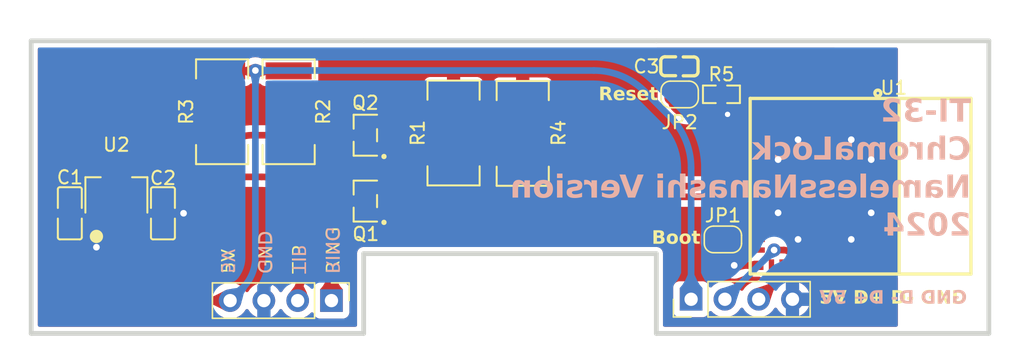
<source format=kicad_pcb>
(kicad_pcb (version 20240108) (generator "pcbnew") (generator_version "8.0")
  (layers (0 "F.Cu" signal) (31 "B.Cu" signal) (34 "B.Paste" user) (35 "F.Paste" user) (36 "B.SilkS" user "B.Silkscreen") (37 "F.SilkS" user "F.Silkscreen") (38 "B.Mask" user) (39 "F.Mask" user) (44 "Edge.Cuts" user))
  (net 0 "")
  (net 1 "RING")
  (net 2 "TIP")
  (net 3 "RING_GPIO")
  (net 4 "TIP_GPIO")
  (net 5 "+5V")
  (net 6 "+3.3V")
  (net 7 "GND")
  (net 8 "/D-")
  (net 9 "/D+")
  (net 10 "Net-(U1-EN)")
  (net 34 "Net-(JP2-B)")
  (net 35 "Net-(JP1-B)")
  (footprint "easyeda2kicad:SOT-23-3_L2.9-W1.6-P1.90-LS2.8-BR" (layer "F.Cu") (at 110.4685 64.119)
    (property "Reference" "Q1" (at 0.0315 2.481 0) (layer "F.SilkS"))
    (property "Value" "MMBF170")
    (pad "1" smd rect (at 1.24 0.95) (size 1.07 0.6) (layers "F.Cu" "F.Paste" "F.Mask") (net 6 "+3.3V"))
    (pad "2" smd rect (at 1.24 -0.95) (size 1.07 0.6) (layers "F.Cu" "F.Paste" "F.Mask") (net 3 "RING_GPIO"))
    (pad "3" smd rect (at -1.24 0) (size 1.07 0.6) (layers "F.Cu" "F.Paste" "F.Mask") (net 1 "RING"))
  )
  (footprint "easyeda2kicad:C0603" (layer "F.Cu") (at 134.09 53.99)
    (property "Reference" "C3" (at -2.49 0.01 0) (layer "F.SilkS"))
    (property "Value" "CC0603KRX7R9BB104")
    (pad "1" smd rect (at -0.7 0) (size 0.8 0.9) (layers "F.Cu" "F.Paste" "F.Mask") (net 7 "GND"))
    (pad "2" smd rect (at 0.7 0) (size 0.8 0.9) (layers "F.Cu" "F.Paste" "F.Mask") (net 34 "Net-(JP2-B)"))
  )
  (footprint "Connector_PinHeader_2.54mm:PinHeader_1x04_P2.54mm_Vertical" (layer "F.Cu") (at 134.96 71.5 90)
    (property "Reference" "J2" (hide yes))
    (property "Value" "Conn_01x04" (hide yes))
    (pad "1" thru_hole rect (at 0 0 90) (size 1.7 1.7) (drill 1) (layers "*.Cu" "*.Mask") (net 5 "+5V"))
    (pad "2" thru_hole oval (at 0 2.54 90) (size 1.7 1.7) (drill 1) (layers "*.Cu" "*.Mask") (net 9 "/D+"))
    (pad "3" thru_hole oval (at 0 5.08 90) (size 1.7 1.7) (drill 1) (layers "*.Cu" "*.Mask") (net 8 "/D-"))
    (pad "4" thru_hole oval (at 0 7.62 90) (size 1.7 1.7) (drill 1) (layers "*.Cu" "*.Mask") (net 7 "GND"))
  )
  (footprint "Connector_PinHeader_2.54mm:PinHeader_1x04_P2.54mm_Vertical" (layer "F.Cu") (at 107.92 71.6 -90)
    (property "Reference" "J1" (hide yes))
    (property "Value" "Conn_01x04" (hide yes))
    (pad "1" thru_hole rect (at 0 0 270) (size 1.7 1.7) (drill 1) (layers "*.Cu" "*.Mask") (net 1 "RING"))
    (pad "2" thru_hole oval (at 0 2.54 270) (size 1.7 1.7) (drill 1) (layers "*.Cu" "*.Mask") (net 2 "TIP"))
    (pad "3" thru_hole oval (at 0 5.08 270) (size 1.7 1.7) (drill 1) (layers "*.Cu" "*.Mask") (net 7 "GND"))
    (pad "4" thru_hole oval (at 0 7.62 270) (size 1.7 1.7) (drill 1) (layers "*.Cu" "*.Mask") (net 5 "+5V"))
  )
  (footprint "Jumper:SolderJumper-2_P1.3mm_Open_RoundedPad1.0x1.5mm" (layer "F.Cu") (at 134.1 56.1)
    (property "Reference" "JP2" (at 0 2.09 0) (layer "F.SilkS"))
    (property "Value" "SolderJumper_2_Open")
    (pad "1" smd custom (at -0.65 0) (size 1 0.5) (layers "F.Cu" "F.Mask") (net 7 "GND") (options (clearance outline) (anchor rect)) (primitives (gr_circle (center 0 0.25) (end 0.5 0.25) (width 0) (fill yes)) (gr_circle (center 0 -0.25) (end 0.5 -0.25) (width 0) (fill yes)) (gr_poly (pts (xy 0.5 0.75) (xy 0 0.75) (xy 0 -0.75) (xy 0.5 -0.75)) (width 0) (fill yes))))
    (pad "2" smd custom (at 0.65 0) (size 1 0.5) (layers "F.Cu" "F.Mask") (net 34 "Net-(JP2-B)") (options (clearance outline) (anchor rect)) (primitives (gr_circle (center 0 0.25) (end 0.5 0.25) (width 0) (fill yes)) (gr_circle (center 0 -0.25) (end 0.5 -0.25) (width 0) (fill yes)) (gr_poly (pts (xy 0 0.75) (xy -0.5 0.75) (xy -0.5 -0.75) (xy 0 -0.75)) (width 0) (fill yes))))
  )
  (footprint "easyeda2kicad:C0805" (layer "F.Cu") (at 88.25 65.035 -90)
    (property "Reference" "C1" (at -2.7 0 0) (layer "F.SilkS"))
    (property "Value" "CL21B105KBFNNNE")
    (pad "1" smd rect (at -1 0 270) (size 1.41 1.35) (layers "F.Cu" "F.Paste" "F.Mask") (net 5 "+5V"))
    (pad "2" smd rect (at 1 0 270) (size 1.41 1.35) (layers "F.Cu" "F.Paste" "F.Mask") (net 7 "GND"))
  )
  (footprint "easyeda2kicad:R0603" (layer "F.Cu") (at 137.24 56.09)
    (property "Reference" "R5" (at 0 -1.5 0) (layer "F.SilkS"))
    (property "Value" "0603WAF1002T5E")
    (pad "1" smd rect (at -0.75 0) (size 0.81 0.86) (layers "F.Cu" "F.Paste" "F.Mask") (net 34 "Net-(JP2-B)"))
    (pad "2" smd rect (at 0.75 0) (size 0.81 0.86) (layers "F.Cu" "F.Paste" "F.Mask") (net 10 "Net-(U1-EN)"))
  )
  (footprint "easyeda2kicad:R2512" (layer "F.Cu") (at 122.3 59.03 90)
    (property "Reference" "R4" (at 0.03 2.7 90) (layer "F.SilkS"))
    (property "Value" "FRC2512F1001TS")
    (pad "1" smd rect (at -3.07 0 90) (size 1.28 3.46) (layers "F.Cu" "F.Paste" "F.Mask") (net 4 "TIP_GPIO"))
    (pad "2" smd rect (at 3.07 0 90) (size 1.28 3.46) (layers "F.Cu" "F.Paste" "F.Mask") (net 6 "+3.3V"))
  )
  (footprint "easyeda2kicad:R2512" (layer "F.Cu") (at 104.7 57.4 90)
    (property "Reference" "R2" (at 0 2.6 90) (layer "F.SilkS"))
    (property "Value" "FRC2512F1001TS")
    (pad "1" smd rect (at -3.07 0 90) (size 1.28 3.46) (layers "F.Cu" "F.Paste" "F.Mask") (net 1 "RING"))
    (pad "2" smd rect (at 3.07 0 90) (size 1.28 3.46) (layers "F.Cu" "F.Paste" "F.Mask") (net 5 "+5V"))
  )
  (footprint "easyeda2kicad:R2512" (layer "F.Cu") (at 99.7 57.4 90)
    (property "Reference" "R3" (at 0 -2.7 90) (layer "F.SilkS"))
    (property "Value" "FRC2512F1001TS")
    (pad "1" smd rect (at -3.07 0 90) (size 1.28 3.46) (layers "F.Cu" "F.Paste" "F.Mask") (net 2 "TIP"))
    (pad "2" smd rect (at 3.07 0 90) (size 1.28 3.46) (layers "F.Cu" "F.Paste" "F.Mask") (net 5 "+5V"))
  )
  (footprint "easyeda2kicad:SOT-23-3_L2.9-W1.6-P1.90-LS2.8-BR" (layer "F.Cu") (at 110.4685 59.166)
    (property "Reference" "Q2" (at 0 -2.434 0) (layer "F.SilkS"))
    (property "Value" "MMBF170")
    (pad "1" smd rect (at 1.24 0.95) (size 1.07 0.6) (layers "F.Cu" "F.Paste" "F.Mask") (net 6 "+3.3V"))
    (pad "2" smd rect (at 1.24 -0.95) (size 1.07 0.6) (layers "F.Cu" "F.Paste" "F.Mask") (net 4 "TIP_GPIO"))
    (pad "3" smd rect (at -1.24 0) (size 1.07 0.6) (layers "F.Cu" "F.Paste" "F.Mask") (net 2 "TIP"))
  )
  (footprint "Jumper:SolderJumper-2_P1.3mm_Open_RoundedPad1.0x1.5mm" (layer "F.Cu") (at 137.35 67)
    (property "Reference" "JP1" (at 0 -1.8 0) (layer "F.SilkS"))
    (property "Value" "SolderJumper_2_Open")
    (pad "1" smd custom (at -0.65 0) (size 1 0.5) (layers "F.Cu" "F.Mask") (net 7 "GND") (options (clearance outline) (anchor rect)) (primitives (gr_circle (center 0 0.25) (end 0.5 0.25) (width 0) (fill yes)) (gr_circle (center 0 -0.25) (end 0.5 -0.25) (width 0) (fill yes)) (gr_poly (pts (xy 0.5 0.75) (xy 0 0.75) (xy 0 -0.75) (xy 0.5 -0.75)) (width 0) (fill yes))))
    (pad "2" smd custom (at 0.65 0) (size 1 0.5) (layers "F.Cu" "F.Mask") (net 35 "Net-(JP1-B)") (options (clearance outline) (anchor rect)) (primitives (gr_circle (center 0 0.25) (end 0.5 0.25) (width 0) (fill yes)) (gr_circle (center 0 -0.25) (end 0.5 -0.25) (width 0) (fill yes)) (gr_poly (pts (xy 0 0.75) (xy -0.5 0.75) (xy -0.5 -0.75) (xy 0 -0.75)) (width 0) (fill yes))))
  )
  (footprint "easyeda2kicad:SOT-89-3_L4.5-W2.5-P1.50-LS4.2-BR" (layer "F.Cu") (at 91.75 64.275 -90)
    (property "Reference" "U2" (at -4.39 0 0) (layer "F.SilkS"))
    (property "Value" "AP7215-33YG-13")
    (pad "1" smd rect (at 1.36 1.5 270) (size 1.58 0.67) (layers "F.Cu" "F.Paste" "F.Mask") (net 7 "GND"))
    (pad "2" smd custom (at -1.36 0 270) (size 0.01 0.01) (layers "F.Cu" "F.Paste" "F.Mask") (net 5 "+5V") (options (clearance outline) (anchor circle)) (primitives (gr_poly (pts (xy -0.92 -0.95) (xy 0.93 -0.95) (xy 0.98 -0.95) (xy 1.02 -0.95) (xy 1.07 -0.94) (xy 1.11 -0.93) (xy 1.16 -0.92) (xy 1.2 -0.91) (xy 1.24 -0.9) (xy 1.28 -0.88) (xy 1.32 -0.87) (xy 1.36 -0.85) (xy 1.4 -0.83) (xy 1.44 -0.8) (xy 1.48 -0.78) (xy 1.51 -0.75) (xy 1.55 -0.72) (xy 1.58 -0.69) (xy 1.61 -0.66) (xy 1.64 -0.63) (xy 1.67 -0.6) (xy 1.7 -0.56) (xy 1.73 -0.53) (xy 1.75 -0.49) (xy 1.77 -0.45) (xy 1.79 -0.41) (xy 1.81 -0.33) (xy 3.51 -0.33) (xy 3.51 0.33) (xy 1.81 0.33) (xy 1.79 0.41) (xy 1.77 0.45) (xy 1.75 0.49) (xy 1.73 0.53) (xy 1.7 0.56) (xy 1.67 0.6) (xy 1.64 0.63) (xy 1.61 0.66) (xy 1.58 0.7) (xy 1.55 0.72) (xy 1.51 0.75) (xy 1.48 0.78) (xy 1.44 0.8) (xy 1.4 0.83) (xy 1.36 0.85) (xy 1.32 0.87) (xy 1.28 0.88) (xy 1.24 0.9) (xy 1.2 0.91) (xy 1.16 0.92) (xy 1.11 0.93) (xy 1.07 0.94) (xy 1.02 0.95) (xy 0.98 0.95) (xy 0.93 0.95) (xy -0.92 0.95) (xy -0.96 0.95) (xy -1.01 0.95) (xy -1.05 0.94) (xy -1.1 0.93) (xy -1.14 0.92) (xy -1.18 0.91) (xy -1.23 0.9) (xy -1.27 0.88) (xy -1.31 0.87) (xy -1.35 0.85) (xy -1.39 0.83) (xy -1.43 0.8) (xy -1.46 0.78) (xy -1.5 0.75) (xy -1.53 0.72) (xy -1.57 0.7) (xy -1.6 0.66) (xy -1.63 0.63) (xy -1.66 0.6) (xy -1.69 0.56) (xy -1.71 0.53) (xy -1.73 0.49) (xy -1.76 0.45) (xy -1.78 0.41) (xy -1.8 0.37) (xy -1.81 0.33) (xy -1.83 0.29) (xy -1.84 0.24) (xy -1.85 0.2) (xy -1.86 0.16) (xy -1.86 0.11) (xy -1.87 0.07) (xy -1.87 0.02) (xy -1.87 -0.02) (xy -1.87 -0.07) (xy -1.86 -0.11) (xy -1.86 -0.15) (xy -1.85 -0.2) (xy -1.84 -0.24) (xy -1.83 -0.28) (xy -1.81 -0.33) (xy -1.8 -0.37) (xy -1.78 -0.41) (xy -1.76 -0.45) (xy -1.73 -0.49) (xy -1.71 -0.53) (xy -1.69 -0.56) (xy -1.66 -0.6) (xy -1.63 -0.63) (xy -1.6 -0.66) (xy -1.57 -0.69) (xy -1.53 -0.72) (xy -1.5 -0.75) (xy -1.46 -0.78) (xy -1.43 -0.8) (xy -1.39 -0.83) (xy -1.35 -0.85) (xy -1.31 -0.87) (xy -1.27 -0.88) (xy -1.23 -0.9) (xy -1.18 -0.91) (xy -1.14 -0.92) (xy -1.1 -0.93) (xy -1.05 -0.94) (xy -1.01 -0.95) (xy -0.96 -0.95) (xy -0.92 -0.95)) (width 0.1) (fill yes))))
    (pad "3" smd rect (at 1.36 -1.5 270) (size 1.58 0.67) (layers "F.Cu" "F.Paste" "F.Mask") (net 6 "+3.3V"))
  )
  (footprint "easyeda2kicad:R2512" (layer "F.Cu") (at 117.1 59 90)
    (property "Reference" "R1" (at 0 -2.692 90) (layer "F.SilkS"))
    (property "Value" "FRC2512F1001TS")
    (pad "1" smd rect (at -3.07 0 90) (size 1.28 3.46) (layers "F.Cu" "F.Paste" "F.Mask") (net 3 "RING_GPIO"))
    (pad "2" smd rect (at 3.07 0 90) (size 1.28 3.46) (layers "F.Cu" "F.Paste" "F.Mask") (net 6 "+3.3V"))
  )
  (footprint "easyeda2kicad:WIFIM-SMD_ESP32-C3-MINI-1" (layer "F.Cu") (at 145 63 -90)
    (property "Reference" "U1" (at -7.4 -5.2 0) (layer "F.SilkS"))
    (property "Value" "ESP32-C3-MINI-1-N4")
    (pad "1" smd rect (at -5.9 -4) (size 0.4 0.8) (layers "F.Cu" "F.Paste" "F.Mask") (net 7 "GND"))
    (pad "2" smd rect (at -5.9 -3.2) (size 0.4 0.8) (layers "F.Cu" "F.Paste" "F.Mask") (net 7 "GND"))
    (pad "3" smd rect (at -5.9 -2.4) (size 0.4 0.8) (layers "F.Cu" "F.Paste" "F.Mask") (net 6 "+3.3V"))
    (pad "4" smd rect (at -5.9 -1.6) (size 0.4 0.8) (layers "F.Cu" "F.Paste" "F.Mask"))
    (pad "5" smd rect (at -5.9 -0.8) (size 0.4 0.8) (layers "F.Cu" "F.Paste" "F.Mask"))
    (pad "6" smd rect (at -5.9 0) (size 0.4 0.8) (layers "F.Cu" "F.Paste" "F.Mask"))
    (pad "7" smd rect (at -5.9 0.8) (size 0.4 0.8) (layers "F.Cu" "F.Paste" "F.Mask"))
    (pad "8" smd rect (at -5.9 1.6) (size 0.4 0.8) (layers "F.Cu" "F.Paste" "F.Mask") (net 10 "Net-(U1-EN)"))
    (pad "9" smd rect (at -5.9 2.4) (size 0.4 0.8) (layers "F.Cu" "F.Paste" "F.Mask"))
    (pad "10" smd rect (at -5.9 3.2) (size 0.4 0.8) (layers "F.Cu" "F.Paste" "F.Mask"))
    (pad "11" smd rect (at -5.9 4) (size 0.4 0.8) (layers "F.Cu" "F.Paste" "F.Mask") (net 7 "GND"))
    (pad "12" smd rect (at -4.8 4.9 90) (size 0.4 0.8) (layers "F.Cu" "F.Paste" "F.Mask"))
    (pad "13" smd rect (at -4 4.9 90) (size 0.4 0.8) (layers "F.Cu" "F.Paste" "F.Mask"))
    (pad "14" smd rect (at -3.2 4.9 90) (size 0.4 0.8) (layers "F.Cu" "F.Paste" "F.Mask") (net 7 "GND"))
    (pad "15" smd rect (at -2.4 4.9 90) (size 0.4 0.8) (layers "F.Cu" "F.Paste" "F.Mask"))
    (pad "16" smd rect (at -1.6 4.9 90) (size 0.4 0.8) (layers "F.Cu" "F.Paste" "F.Mask"))
    (pad "17" smd rect (at -0.8 4.9 90) (size 0.4 0.8) (layers "F.Cu" "F.Paste" "F.Mask"))
    (pad "18" smd rect (at 0 4.9 90) (size 0.4 0.8) (layers "F.Cu" "F.Paste" "F.Mask") (net 4 "TIP_GPIO"))
    (pad "19" smd rect (at 0.8 4.9 90) (size 0.4 0.8) (layers "F.Cu" "F.Paste" "F.Mask") (net 3 "RING_GPIO"))
    (pad "20" smd rect (at 1.6 4.9 90) (size 0.4 0.8) (layers "F.Cu" "F.Paste" "F.Mask"))
    (pad "21" smd rect (at 2.4 4.9 90) (size 0.4 0.8) (layers "F.Cu" "F.Paste" "F.Mask"))
    (pad "22" smd rect (at 3.2 4.9 90) (size 0.4 0.8) (layers "F.Cu" "F.Paste" "F.Mask"))
    (pad "23" smd rect (at 4 4.9 90) (size 0.4 0.8) (layers "F.Cu" "F.Paste" "F.Mask") (net 35 "Net-(JP1-B)"))
    (pad "24" smd rect (at 4.8 4.9 90) (size 0.4 0.8) (layers "F.Cu" "F.Paste" "F.Mask"))
    (pad "25" smd rect (at 5.9 4 180) (size 0.4 0.8) (layers "F.Cu" "F.Paste" "F.Mask"))
    (pad "26" smd rect (at 5.9 3.2 180) (size 0.4 0.8) (layers "F.Cu" "F.Paste" "F.Mask") (net 8 "/D-"))
    (pad "27" smd rect (at 5.9 2.4 180) (size 0.4 0.8) (layers "F.Cu" "F.Paste" "F.Mask") (net 9 "/D+"))
    (pad "28" smd rect (at 5.9 1.6 180) (size 0.4 0.8) (layers "F.Cu" "F.Paste" "F.Mask"))
    (pad "29" smd rect (at 5.9 0.8 180) (size 0.4 0.8) (layers "F.Cu" "F.Paste" "F.Mask"))
    (pad "30" smd rect (at 5.9 0 180) (size 0.4 0.8) (layers "F.Cu" "F.Paste" "F.Mask"))
    (pad "31" smd rect (at 5.9 -0.8 180) (size 0.4 0.8) (layers "F.Cu" "F.Paste" "F.Mask"))
    (pad "32" smd rect (at 5.9 -1.6 180) (size 0.4 0.8) (layers "F.Cu" "F.Paste" "F.Mask"))
    (pad "33" smd rect (at 5.9 -2.4 180) (size 0.4 0.8) (layers "F.Cu" "F.Paste" "F.Mask"))
    (pad "34" smd rect (at 5.9 -3.2 180) (size 0.4 0.8) (layers "F.Cu" "F.Paste" "F.Mask"))
    (pad "35" smd rect (at 5.9 -4 180) (size 0.4 0.8) (layers "F.Cu" "F.Paste" "F.Mask"))
    (pad "36" smd rect (at 4.8 -4.9 270) (size 0.4 0.8) (layers "F.Cu" "F.Paste" "F.Mask") (net 7 "GND"))
    (pad "37" smd rect (at 4 -4.9 270) (size 0.4 0.8) (layers "F.Cu" "F.Paste" "F.Mask") (net 7 "GND"))
    (pad "38" smd rect (at 3.2 -4.9 270) (size 0.4 0.8) (layers "F.Cu" "F.Paste" "F.Mask") (net 7 "GND"))
    (pad "39" smd rect (at 2.4 -4.9 270) (size 0.4 0.8) (layers "F.Cu" "F.Paste" "F.Mask") (net 7 "GND"))
    (pad "40" smd rect (at 1.6 -4.9 270) (size 0.4 0.8) (layers "F.Cu" "F.Paste" "F.Mask") (net 7 "GND"))
    (pad "41" smd rect (at 0.8 -4.9 270) (size 0.4 0.8) (layers "F.Cu" "F.Paste" "F.Mask") (net 7 "GND"))
    (pad "42" smd rect (at 0 -4.9 270) (size 0.4 0.8) (layers "F.Cu" "F.Paste" "F.Mask") (net 7 "GND"))
    (pad "43" smd rect (at -0.8 -4.9 270) (size 0.4 0.8) (layers "F.Cu" "F.Paste" "F.Mask") (net 7 "GND"))
    (pad "44" smd rect (at -1.6 -4.9 270) (size 0.4 0.8) (layers "F.Cu" "F.Paste" "F.Mask") (net 7 "GND"))
    (pad "45" smd rect (at -2.4 -4.9 270) (size 0.4 0.8) (layers "F.Cu" "F.Paste" "F.Mask") (net 7 "GND"))
    (pad "46" smd rect (at -3.2 -4.9 270) (size 0.4 0.8) (layers "F.Cu" "F.Paste" "F.Mask") (net 7 "GND"))
    (pad "47" smd rect (at -4 -4.9 270) (size 0.4 0.8) (layers "F.Cu" "F.Paste" "F.Mask") (net 7 "GND"))
    (pad "48" smd rect (at -4.8 -4.9 270) (size 0.4 0.8) (layers "F.Cu" "F.Paste" "F.Mask") (net 7 "GND"))
    (pad "49" smd custom (at -1.98 -1.98 270) (size 0.01 0.01) (layers "F.Cu" "F.Paste" "F.Mask") (net 7 "GND") (options (clearance outline) (anchor circle)) (primitives (gr_poly (pts (xy -0.72 -0.12) (xy -0.12 -0.72) (xy 0.73 -0.72) (xy 0.73 0.73) (xy -0.72 0.73)) (width 0.1) (fill yes))))
    (pad "49" smd rect (at -1.98 0 270) (size 1.45 1.45) (layers "F.Cu" "F.Paste" "F.Mask") (net 7 "GND"))
    (pad "49" smd rect (at -1.98 1.98 270) (size 1.45 1.45) (layers "F.Cu" "F.Paste" "F.Mask") (net 7 "GND"))
    (pad "49" smd rect (at 0 -1.97 270) (size 1.45 1.45) (layers "F.Cu" "F.Paste" "F.Mask") (net 7 "GND"))
    (pad "49" smd rect (at 0 0 270) (size 1.45 1.45) (layers "F.Cu" "F.Paste" "F.Mask") (net 7 "GND"))
    (pad "49" smd rect (at 0 1.98 270) (size 1.45 1.45) (layers "F.Cu" "F.Paste" "F.Mask") (net 7 "GND"))
    (pad "49" smd rect (at 1.97 -1.97 270) (size 1.45 1.45) (layers "F.Cu" "F.Paste" "F.Mask") (net 7 "GND"))
    (pad "49" smd rect (at 1.97 0 270) (size 1.45 1.45) (layers "F.Cu" "F.Paste" "F.Mask") (net 7 "GND"))
    (pad "49" smd rect (at 1.97 1.98 270) (size 1.45 1.45) (layers "F.Cu" "F.Paste" "F.Mask") (net 7 "GND"))
    (pad "50" smd rect (at 5.95 -4.95 270) (size 0.7 0.7) (layers "F.Cu" "F.Paste" "F.Mask") (net 7 "GND"))
    (pad "51" smd rect (at 5.95 4.95 270) (size 0.7 0.7) (layers "F.Cu" "F.Paste" "F.Mask") (net 7 "GND"))
    (pad "52" smd rect (at -5.95 4.95 270) (size 0.7 0.7) (layers "F.Cu" "F.Paste" "F.Mask") (net 7 "GND"))
    (pad "53" smd rect (at -5.95 -4.95 270) (size 0.7 0.7) (layers "F.Cu" "F.Paste" "F.Mask") (net 7 "GND"))
  )
  (footprint "easyeda2kicad:C0805" (layer "F.Cu") (at 95.25 65.035 90)
    (property "Reference" "C2" (at 2.65 0 0) (layer "F.SilkS"))
    (property "Value" "CL21B105KBFNNNE")
    (pad "1" smd rect (at -1 0 90) (size 1.41 1.35) (layers "F.Cu" "F.Paste" "F.Mask") (net 6 "+3.3V"))
    (pad "2" smd rect (at 1 0 90) (size 1.41 1.35) (layers "F.Cu" "F.Paste" "F.Mask") (net 7 "GND"))
  )
  (gr_line (start 110.344021 74.070204) (end 110.344021 68.070051) (stroke (width 0.35738)) (layer "Edge.Cuts"))
  (gr_line (start 132.344233 74.070204) (end 157.344263 74.070204) (stroke (width 0.35738)) (layer "Edge.Cuts"))
  (gr_line (start 157.344263 74.070204) (end 157.344263 52.07) (stroke (width 0.35738)) (layer "Edge.Cuts"))
  (gr_line (start 132.344233 68.070051) (end 132.344233 74.070204) (stroke (width 0.35738)) (layer "Edge.Cuts"))
  (gr_line (start 110.344013 52.07) (end 85.344 52.07) (stroke (width 0.35738)) (layer "Edge.Cuts"))
  (gr_line (start 85.344 52.07) (end 85.344 74.070204) (stroke (width 0.35738)) (layer "Edge.Cuts"))
  (gr_line (start 85.344 74.070204) (end 110.344021 74.070204) (stroke (width 0.35738)) (layer "Edge.Cuts"))
  (gr_line (start 132.344217 52.07) (end 110.344013 52.07) (stroke (width 0.35738)) (layer "Edge.Cuts"))
  (gr_line (start 157.344263 52.07) (end 132.344217 52.07) (stroke (width 0.35738)) (layer "Edge.Cuts"))
  (gr_line (start 110.344021 68.070051) (end 132.344233 68.070051) (stroke (width 0.35738)) (layer "Edge.Cuts"))
  (gr_text "GND" (at 102.28 69.57 -90) (layer "B.SilkS") (effects (font (size 1 1)) (justify left bottom mirror)))
  (gr_text "RING" (at 107.36 69.57 -90) (layer "B.SilkS") (effects (font (size 1 1)) (justify left bottom mirror)))
  (gr_text "TIP\n" (at 104.82 69.57 -90) (layer "B.SilkS") (effects (font (size 1 1)) (justify left bottom mirror)))
  (gr_text "5V" (at 99.486 69.57 -90) (layer "B.SilkS") (effects (font (size 1 1)) (justify left bottom mirror)))
  (gr_text "GND D- D+ 5V" (at 144.6 72 0) (layer "B.SilkS") (effects (font (size 1 1) (thickness 0.2) (bold yes)) (justify right bottom mirror)))
  (gr_text "TI-32\nChromaLock\nNamelessNanashi Version\n2024" (at 156 67 0) (layer "B.SilkS") (effects (font (size 1.7 1.7) (thickness 0.2) (bold yes)) (justify left bottom mirror)))
  (gr_text "RING" (at 108.682 69.568 90) (layer "F.SilkS") (effects (font (size 1 1)) (justify left bottom)))
  (gr_text "5V D+ D- GND" (at 144.6 72 0) (layer "F.SilkS") (effects (font (size 1 1) (thickness 0.2) (bold yes)) (justify left bottom)))
  (gr_text "Reset" (at 128 56.7 0) (layer "F.SilkS") (effects (font (size 1 1) (thickness 0.25) (bold yes)) (justify left bottom)))
  (gr_text "GND" (at 103.602 69.568 90) (layer "F.SilkS") (effects (font (size 1 1)) (justify left bottom)))
  (gr_text "TIP\n" (at 106.142 69.568 90) (layer "F.SilkS") (effects (font (size 1 1)) (justify left bottom)))
  (gr_text "5V" (at 100.808 69.568 90) (layer "F.SilkS") (effects (font (size 1 1)) (justify left bottom)))
  (gr_text "Boot" (at 132 67.5 0) (layer "F.SilkS") (effects (font (size 1 1) (thickness 0.2) (bold yes)) (justify left bottom)))
  (segment (start 108.652348 64.119) (end 109.2285 64.119) (width 0.5) (layer "F.Cu") (net 1))
  (segment (start 107.92 64.851348) (end 107.92 71.6) (width 0.5) (layer "F.Cu") (net 1))
  (segment (start 108.1345 63.9045) (end 104.7 60.47) (width 0.5) (layer "F.Cu") (net 1))
  (arc (start 108.1345 64.3335) (mid 107.975746 64.57109) (end 107.92 64.851348) (width 0.5) (layer "F.Cu") (net 1))
  (arc (start 108.1345 64.3335) (mid 108.223348 64.119) (end 108.1345 63.9045) (width 0.5) (layer "F.Cu") (net 1))
  (arc (start 108.1345 63.9045) (mid 108.37209 64.063253) (end 108.652348 64.119) (width 0.5) (layer "F.Cu") (net 1))
  (arc (start 108.652348 64.119) (mid 108.37209 64.174746) (end 108.1345 64.3335) (width 0.5) (layer "F.Cu") (net 1))
  (segment (start 106.6 66.226345) (end 106.6 68.237329) (width 0.5) (layer "F.Cu") (net 2))
  (segment (start 101.065685 62.3) (end 102.673654 62.3) (width 0.5) (layer "F.Cu") (net 2))
  (segment (start 105.832548 69.867451) (end 105.99 69.71) (width 0.5) (layer "F.Cu") (net 2))
  (segment (start 100.064159 61.864159) (end 100.1 61.9) (width 0.5) (layer "F.Cu") (net 2))
  (segment (start 100.351999 59.817999) (end 100.064159 60.10584) (width 0.5) (layer "F.Cu") (net 2))
  (segment (start 101.926067 59.166) (end 109.2285 59.166) (width 0.5) (layer "F.Cu") (net 2))
  (segment (start 105.38 70.96) (end 105.38 71.6) (width 0.5) (layer "F.Cu") (net 2))
  (arc (start 101.926067 59.166) (mid 101.074187 59.335449) (end 100.351999 59.817999) (width 0.5) (layer "F.Cu") (net 2))
  (arc (start 106.6 68.237329) (mid 106.441466 69.034332) (end 105.99 69.71) (width 0.5) (layer "F.Cu") (net 2))
  (arc (start 105.45 63.45) (mid 106.301124 64.723798) (end 106.6 66.226345) (width 0.5) (layer "F.Cu") (net 2))
  (arc (start 99.7 60.985) (mid 99.794641 61.460797) (end 100.064159 61.864159) (width 0.5) (layer "F.Cu") (net 2))
  (arc (start 105.832548 69.867451) (mid 105.497613 70.368716) (end 105.38 70.96) (width 0.5) (layer "F.Cu") (net 2))
  (arc (start 105.45 63.45) (mid 104.176201 62.598875) (end 102.673654 62.3) (width 0.5) (layer "F.Cu") (net 2))
  (arc (start 100.064159 60.10584) (mid 99.794641 60.509202) (end 99.7 60.985) (width 0.5) (layer "F.Cu") (net 2))
  (arc (start 100.1 61.9) (mid 100.54306 62.196043) (end 101.065685 62.3) (width 0.5) (layer "F.Cu") (net 2))
  (segment (start 115.223889 63.169) (end 111.7085 63.169) (width 0.5) (layer "F.Cu") (net 3))
  (segment (start 117.6495 62.6195) (end 117.965 62.935) (width 0.5) (layer "F.Cu") (net 3))
  (segment (start 120.053294 63.8) (end 140.1 63.8) (width 0.5) (layer "F.Cu") (net 3))
  (arc (start 117.6495 62.6195) (mid 117.1 62.391889) (end 116.5505 62.6195) (width 0.5) (layer "F.Cu") (net 3))
  (arc (start 116.5505 62.6195) (mid 115.941845 63.026189) (end 115.223889 63.169) (width 0.5) (layer "F.Cu") (net 3))
  (arc (start 117.965 62.935) (mid 118.923117 63.575193) (end 120.053294 63.8) (width 0.5) (layer "F.Cu") (net 3))
  (segment (start 123.836396 63) (end 140.1 63) (width 0.5) (layer "F.Cu") (net 4))
  (segment (start 121.85 61.65) (end 122.75 62.55) (width 0.5) (layer "F.Cu") (net 4))
  (segment (start 120.009792 59.809792) (end 121.85 61.65) (width 0.5) (layer "F.Cu") (net 4))
  (segment (start 116.162036 58.216) (end 111.7085 58.216) (width 0.5) (layer "F.Cu") (net 4))
  (arc (start 122.75 62.55) (mid 123.248442 62.883048) (end 123.836396 63) (width 0.5) (layer "F.Cu") (net 4))
  (arc (start 120.009792 59.809792) (mid 118.244426 58.630213) (end 116.162036 58.216) (width 0.5) (layer "F.Cu") (net 4))
  (segment (start 88.81 63.475) (end 88.25 64.035) (width 0.5) (layer "F.Cu") (net 5))
  (segment (start 102.215 54.315) (end 102.2 54.3) (width 0.5) (layer "F.Cu") (net 5))
  (segment (start 102.148786 54.33) (end 99.7 54.33) (width 0.5) (layer "F.Cu") (net 5))
  (segment (start 102.185 54.315) (end 102.2 54.3) (width 0.5) (layer "F.Cu") (net 5))
  (segment (start 102.251213 54.33) (end 104.7 54.33) (width 0.5) (layer "F.Cu") (net 5))
  (segment (start 98.1325 71.6) (end 100.3 71.6) (width 0.5) (layer "F.Cu") (net 5))
  (segment (start 90.161959 62.915) (end 91.75 62.915) (width 0.5) (layer "F.Cu") (net 5))
  (segment (start 91.75 65.15) (end 91.75 62.915) (width 0.5) (layer "F.Cu") (net 5))
  (segment (start 93.330383 68.965383) (end 94.432346 70.067346) (width 0.5) (layer "F.Cu") (net 5))
  (via (at 102.2 54.3) (size 1) (drill 0.5) (layers "F.Cu" "B.Cu") (net 5))
  (arc (start 91.75 65.15) (mid 92.160728 67.21487) (end 93.330383 68.965383) (width 0.5) (layer "F.Cu") (net 5))
  (arc (start 102.215 54.315) (mid 102.231614 54.326101) (end 102.251213 54.33) (width 0.5) (layer "F.Cu") (net 5))
  (arc (start 90.161959 62.915) (mid 89.430284 63.060539) (end 88.81 63.475) (width 0.5) (layer "F.Cu") (net 5))
  (arc (start 94.432346 70.067346) (mid 96.129991 71.201676) (end 98.1325 71.6) (width 0.5) (layer "F.Cu") (net 5))
  (arc (start 102.185 54.315) (mid 102.168385 54.326101) (end 102.148786 54.33) (width 0.5) (layer "F.Cu") (net 5))
  (segment (start 102.2 54.3) (end 127.646036 54.3) (width 0.5) (layer "B.Cu") (net 5))
  (segment (start 131.493792 55.893792) (end 133.366207 57.766207) (width 0.5) (layer "B.Cu") (net 5))
  (segment (start 134.96 61.613963) (end 134.96 71.5) (width 0.5) (layer "B.Cu") (net 5))
  (segment (start 102.2 54.3) (end 102.2 68.356497) (width 0.5) (layer "B.Cu") (net 5))
  (segment (start 101.25 70.65) (end 100.3 71.6) (width 0.5) (layer "B.Cu") (net 5))
  (arc (start 133.366207 57.766207) (mid 134.545786 59.531572) (end 134.96 61.613963) (width 0.5) (layer "B.Cu") (net 5))
  (arc (start 102.2 68.356497) (mid 101.953103 69.597731) (end 101.25 70.65) (width 0.5) (layer "B.Cu") (net 5))
  (arc (start 131.493792 55.893792) (mid 129.728426 54.714213) (end 127.646036 54.3) (width 0.5) (layer "B.Cu") (net 5))
  (segment (start 132.400315 52.82) (end 145.727035 52.82) (width 0.5) (layer "F.Cu") (net 6))
  (segment (start 93.45 65.835) (end 93.25 65.635) (width 0.5) (layer "F.Cu") (net 6))
  (segment (start 124.819684 55.96) (end 122.3 55.96) (width 0.5) (layer "F.Cu") (net 6))
  (segment (start 147.4 54.492964) (end 147.4 57.1) (width 0.5) (layer "F.Cu") (net 6))
  (segment (start 93.932842 66.035) (end 95.25 66.035) (width 0.5) (layer "F.Cu") (net 6))
  (segment (start 95.2 65.635) (end 95.25 65.585) (width 0.5) (layer "F.Cu") (net 6))
  (arc (start 146.91 53.31) (mid 146.367251 52.947346) (end 145.727035 52.82) (width 0.5) (layer "F.Cu") (net 6))
  (arc (start 146.91 53.31) (mid 147.272653 53.852748) (end 147.4 54.492964) (width 0.5) (layer "F.Cu") (net 6))
  (arc (start 132.400315 52.82) (mid 130.349011 53.228029) (end 128.61 54.39) (width 0.5) (layer "F.Cu") (net 6))
  (arc (start 93.45 65.835) (mid 93.671529 65.983021) (end 93.932842 66.035) (width 0.5) (layer "F.Cu") (net 6))
  (arc (start 128.61 54.39) (mid 126.870988 55.55197) (end 124.819684 55.96) (width 0.5) (layer "F.Cu") (net 6))
  (segment (start 146.962928 63) (end 145 63) (width 0.5) (layer "F.Cu") (net 7))
  (segment (start 146.972928 61.02) (end 145.014142 61.02) (width 0.5) (layer "F.Cu") (net 7))
  (segment (start 149.9 66.2) (end 149.9 65.4) (width 0.5) (layer "F.Cu") (net 7))
  (segment (start 149.9 60.8) (end 149.9 61.2) (width 0.5) (layer "F.Cu") (net 7))
  (segment (start 141.25 60.05) (end 141.252512 60.052512) (width 0.5) (layer "F.Cu") (net 7))
  (segment (start 133.716932 57.121932) (end 133.8225 57.2275) (width 0.5) (layer "F.Cu") (net 7))
  (segment (start 149.9 62.2) (end 149.9 63) (width 0.5) (layer "F.Cu") (net 7))
  (segment (start 149.9 60.6) (end 149.9 59.8) (width 0.5) (layer "F.Cu") (net 7))
  (segment (start 141.5 61) (end 141.5 60.65) (width 0.5) (layer "F.Cu") (net 7))
  (segment (start 149.95 58.114644) (end 149.95 57.085355) (width 0.5) (layer "F.Cu") (net 7))
  (segment (start 149.9 62.2) (end 149.9 61.4) (width 0.5) (layer "F.Cu") (net 7))
  (segment (start 136.7 67.3775) (end 136.7 67) (width 0.5) (layer "F.Cu") (net 7))
  (segment (start 143.02 61.034142) (end 143.02 63) (width 0.5) (layer "F.Cu") (net 7))
  (segment (start 145 63) (end 145 64.97) (width 0.5) (layer "F.Cu") (net 7))
  (segment (start 149.95 67.885355) (end 149.95 68.95) (width 0.5) (layer "F.Cu") (net 7))
  (segment (start 149.9 64.8) (end 149.9 65.2) (width 0.5) (layer "F.Cu") (net 7))
  (segment (start 143.034142 64.97) (end 145 64.97) (width 0.5) (layer "F.Cu") (net 7))
  (segment (start 143.034142 64.97) (end 146.948786 64.97) (width 0.5) (layer "F.Cu") (net 7))
  (segment (start 149.9 60.8) (end 149.9 60.6) (width 0.5) (layer "F.Cu") (net 7))
  (segment (start 143.01 64.98) (end 143.005 64.985) (width 0.5) (layer "F.Cu") (net 7))
  (segment (start 149.864644 57.1) (end 148.2 57.1) (width 0.5) (layer "F.Cu") (net 7))
  (segment (start 140.646446 59.8) (end 140.1 59.8) (width 0.5) (layer "F.Cu") (net 7))
  (segment (start 143 65.004142) (end 143 67) (width 0.5) (layer "F.Cu") (net 7))
  (segment (start 147 65.021213) (end 147 67) (width 0.5) (layer "F.Cu") (net 7))
  (segment (start 149.9 64.8) (end 149.9 64.6) (width 0.5) (layer "F.Cu") (net 7))
  (segment (start 146.98 61.027071) (end 146.98 62.982928) (width 0.5) (layer "F.Cu") (net 7))
  (segment (start 138.2 68.95) (end 140.05 68.95) (width 0.5) (layer "F.Cu") (net 7))
  (segment (start 95.53 63.585) (end 95.25 63.585) (width 0.5) (layer "F.Cu") (net 7))
  (segment (start 145.034142 61) (end 148.5 61) (width 0.5) (layer "F.Cu") (net 7))
  (segment (start 147.021213 65) (end 148.5 65) (width 0.5) (layer "F.Cu") (net 7))
  (segment (start 149.9 65.2) (end 149.9 65.4) (width 0.5) (layer "F.Cu") (net 7))
  (segment (start 140.914644 57.05) (end 140.05 57.05) (width 0.5) (layer "F.Cu") (net 7))
  (segment (start 137.7 57.6) (end 134.721794 57.6) (width 0.5) (layer "F.Cu") (net 7))
  (segment (start 149.9 61.2) (end 149.9 61.4) (width 0.5) (layer "F.Cu") (net 7))
  (segment (start 146.99 61.01) (end 146.985 61.015) (width 0.5) (layer "F.Cu") (net 7))
  (segment (start 138.261091 57.6) (end 137.7 57.6) (width 0.5) (layer "F.Cu") (net 7))
  (segment (start 145 63) (end 143.02 63) (width 0.5) (layer "F.Cu") (net 7))
  (segment (start 145 63) (end 145 61.034142) (width 0.5) (layer "F.Cu") (net 7))
  (segment (start 95.525 64.035) (end 95.25 64.035) (width 0.5) (layer "F.Cu") (net 7))
  (segment (start 149.9 58.235355) (end 149.9 59) (width 0.5) (layer "F.Cu") (net 7))
  (segment (start 149.9 59) (end 149.9 59.8) (width 0.5) (layer "F.Cu") (net 7))
  (segment (start 90.25 67.585) (end 90.25 65.635) (width 0.5) (layer "F.Cu") (net 7))
  (segment (start 140.05 57.05) (end 139.588908 57.05) (width 0.5) (layer "F.Cu") (net 7))
  (segment (start 147.014142 61) (end 148.5 61) (width 0.5) (layer "F.Cu") (net 7))
  (segment (start 138.2 68.95) (end 138.0475 68.95) (width 0.5) (layer "F.Cu") (net 7))
  (segment (start 141.5 65) (end 142.968786 65) (width 0.5) (layer "F.Cu") (net 7))
  (segment (start 149.7 61) (end 148.5 61) (width 0.5) (layer "F.Cu") (net 7))
  (segment (start 142.985857 61) (end 141.5 61) (width 0.5) (layer "F.Cu") (net 7))
  (segment (start 143 59.5) (end 143 60.985857) (width 0.5) (layer "F.Cu") (net 7))
  (segment (start 146.962928 63) (end 143.02 63) (width 0.5) (layer "F.Cu") (net 7))
  (segment (start 89.567157 66.035) (end 88.25 66.035) (width 0.5) (layer "F.Cu") (net 7))
  (segment (start 146.97 63.007071) (end 146.97 64.948786) (width 0.5) (layer "F.Cu") (net 7))
  (segment (start 141 57.135355) (end 141 57.55) (width 0.5) (layer "F.Cu") (net 7))
  (segment (start 90.05 65.835) (end 90.25 65.635) (width 0.5) (layer "F.Cu") (net 7))
  (segment (start 147 60.985857) (end 147 59.5) (width 0.5) (layer "F.Cu") (net 7))
  (segment (start 143.02 64.955857) (end 143.02 61.034142) (width 0.5) (layer "F.Cu") (net 7))
  (segment (start 142.323223 59.323223) (end 141.318198 58.318198) (width 0.5) (layer "F.Cu") (net 7))
  (segment (start 143.02 64.955857) (end 143.02 63) (width 0.5) (layer "F.Cu") (net 7))
  (segment (start 144.985857 61.02) (end 143.034142 61.02) (width 0.5) (layer "F.Cu") (net 7))
  (segment (start 146.972928 61.02) (end 143.034142 61.02) (width 0.5) (layer "F.Cu") (net 7))
  (segment (start 146.97 62.992928) (end 146.97 61.037071) (width 0.5) (layer "F.Cu") (net 7))
  (segment (start 149.9 63.8) (end 149.9 63) (width 0.5) (layer "F.Cu") (net 7))
  (segment (start 133.45 56.4775) (end 133.45 56.142426) (width 0.5) (layer "F.Cu") (net 7))
  (segment (start 133.39 55.997573) (end 133.39 53.99) (width 0.5) (layer "F.Cu") (net 7))
  (segment (start 96.8 65.035) (end 95.994454 64.229454) (width 0.5) (layer "F.Cu") (net 7))
  (segment (start 137.787166 68.842166) (end 136.966932 68.021932) (width 0.5) (layer "F.Cu") (net 7))
  (segment (start 143 59.5) (end 142.75 59.5) (width 0.5) (layer "F.Cu") (net 7))
  (segment (start 146.948786 64.97) (end 145 64.97) (width 0.5) (layer "F.Cu") (net 7))
  (segment (start 149.7 65) (end 148.5 65) (width 0.5) (layer "F.Cu") (net 7))
  (segment (start 149.9 66.2) (end 149.9 67) (width 0.5) (layer "F.Cu") (net 7))
  (segment (start 149.9 63.8) (end 149.9 64.6) (width 0.5) (layer "F.Cu") (net 7))
  (segment (start 149.9 67.764644) (end 149.9 67) (width 0.5) (layer "F.Cu") (net 7))
  (via (at 143 67) (size 1) (drill 0.5) (layers "F.Cu" "B.Cu") (net 7))
  (via (at 147 67) (size 1) (drill 0.5) (layers "F.Cu" "B.Cu") (net 7))
  (via (at 141.5 65) (size 1) (drill 0.5) (layers "F.Cu" "B.Cu") (net 7))
  (via (at 141.5 61) (size 1) (drill 0.5) (layers "F.Cu" "B.Cu") (net 7))
  (via (at 148.5 65) (size 1) (drill 0.5) (layers "F.Cu" "B.Cu") (net 7))
  (via (at 96.8 65.035) (size 1) (drill 0.5) (layers "F.Cu" "B.Cu") (net 7))
  (via (at 147 59.5) (size 1) (drill 0.5) (layers "F.Cu" "B.Cu") (net 7))
  (via (at 137.7 57.6) (size 0.8) (drill 0.4) (layers "F.Cu" "B.Cu") (net 7))
  (via (at 148.5 61) (size 1) (drill 0.5) (layers "F.Cu" "B.Cu") (net 7))
  (via (at 138.2 68.95) (size 1) (drill 0.5) (layers "F.Cu" "B.Cu") (net 7))
  (via (at 90.25 67.585) (size 1) (drill 0.5) (layers "F.Cu" "B.Cu") (net 7))
  (via (at 143 59.5) (size 1) (drill 0.5) (layers "F.Cu" "B.Cu") (net 7))
  (arc (start 149.95 58.114644) (mid 149.943502 58.147308) (end 149.925 58.175) (width 0.5) (layer "F.Cu") (net 7))
  (arc (start 149.7 61) (mid 149.841421 60.941421) (end 149.9 60.8) (width 0.5) (layer "F.Cu") (net 7))
  (arc (start 136.7 67.3775) (mid 136.769373 67.726264) (end 136.966932 68.021932) (width 0.5) (layer "F.Cu") (net 7))
  (arc (start 133.45 56.4775) (mid 133.519373 56.826264) (end 133.716932 57.121932) (width 0.5) (layer "F.Cu") (net 7))
  (arc (start 141.25 60.05) (mid 140.973087 59.864972) (end 140.646446 59.8) (width 0.5) (layer "F.Cu") (net 7))
  (arc (start 146.948786 64.97) (mid 146.948786 64.97) (end 146.948786 64.97) (width 0.5) (layer "F.Cu") (net 7))
  (arc (start 146.975 61.025) (mid 146.971299 61.030538) (end 146.97 61.037071) (width 0.5) (layer "F.Cu") (net 7))
  (arc (start 147 60.985857) (mid 147.004142 60.995857) (end 147.014142 61) (width 0.5) (layer "F.Cu") (net 7))
  (arc (start 90.05 65.835) (mid 89.828469 65.983021) (end 89.567157 66.035) (width 0.5) (layer "F.Cu") (net 7))
  (arc (start 146.985 64.985) (mid 147.001614 64.996101) (end 147.021213 65) (width 0.5) (layer "F.Cu") (net 7))
  (arc (start 145 61.034142) (mid 144.995857 61.024142) (end 144.985857 61.02) (width 0.5) (layer "F.Cu") (net 7))
  (arc (start 143.01 64.98) (mid 143.01 64.98) (end 143.01 64.98) (width 0.5) (layer "F.Cu") (net 7))
  (arc (start 146.962928 63) (mid 146.962928 63) (end 146.962928 63) (width 0.5) (layer "F.Cu") (net 7))
  (arc (start 146.97 62.992928) (mid 146.971808 62.995634) (end 146.975 62.995) (width 0.5) (layer "F.Cu") (net 7))
  (arc (start 144.985857 61.02) (mid 144.998923 61.017401) (end 145.01 61.01) (width 0.5) (layer "F.Cu") (net 7))
  (arc (start 142.985857 61) (mid 142.995857 60.995857) (end 143 60.985857) (width 0.5) (layer "F.Cu") (net 7))
  (arc (start 145.014142 61.02) (mid 145.004142 61.024142) (end 145 61.034142) (width 0.5) (layer "F.Cu") (net 7))
  (arc (start 143.01 61.01) (mid 143.021076 61.017401) (end 143.034142 61.02) (width 0.5) (layer "F.Cu") (net 7))
  (arc (start 149.95 57.085355) (mid 149.940959 57.071825) (end 149.925 57.075) (width 0.5) (layer "F.Cu") (net 7))
  (arc (start 146.97 63.007071) (mid 146.967928 63.002071) (end 146.962928 63) (width 0.5) (layer "F.Cu") (net 7))
  (arc (start 146.98 62.982928) (mid 146.9787 62.989461) (end 146.975 62.995) (width 0.5) (layer "F.Cu") (net 7))
  (arc (start 141 57.55) (mid 141.082696 57.965745) (end 141.318198 58.318198) (width 0.5) (layer "F.Cu") (net 7))
  (arc (start 147.021213 65) (mid 147.006213 65.006213) (end 147 65.021213) (width 0.5) (layer "F.Cu") (net 7))
  (arc (start 145.01 61.01) (mid 145.00873 61.016383) (end 145.014142 61.02) (width 0.5) (layer "F.Cu") (net 7))
  (arc (start 139.588908 57.05) (mid 139.229603 57.12147) (end 138.925 57.325) (width 0.5) (layer "F.Cu") (net 7))
  (arc (start 143.02 61.034142) (mid 143.02 61.034142) (end 143.02 61.034142) (width 0.5) (layer "F.Cu") (net 7))
  (arc (start 138.925 57.325) (mid 138.620396 57.528529) (end 138.261091 57.6) (width 0.5) (layer "F.Cu") (net 7))
  (arc (start 146.99 61.01) (mid 146.997401 60.998923) (end 147 60.985857) (width 0.5) (layer "F.Cu") (net 7))
  (arc (start 149.9 65.2) (mid 149.841421 65.058578) (end 149.7 65) (width 0.5) (layer "F.Cu") (net 7))
  (arc (start 143.01 61.01) (mid 142.998923 61.002598) (end 142.985857 61) (width 0.5) (layer "F.Cu") (net 7))
  (arc (start 149.7 65) (mid 149.841421 64.941421) (end 149.9 64.8) (width 0.5) (layer "F.Cu") (net 7))
  (arc (start 149.9 67.764644) (mid 149.906497 67.797308) (end 149.925 67.825) (width 0.5) (layer "F.Cu") (net 7))
  (arc (start 147 65.021213) (mid 146.996101 65.001614) (end 146.985 64.985) (width 0.5) (layer "F.Cu") (net 7))
  (arc (start 133.42 56.07) (mid 133.442203 56.103229) (end 133.45 56.142426) (width 0.5) (layer "F.Cu") (net 7))
  (arc (start 143.034142 61.02) (mid 143.024142 61.024142) (end 143.02 61.034142) (width 0.5) (layer "F.Cu") (net 7))
  (arc (start 146.975 61.025) (mid 146.975634 61.021808) (end 146.972928 61.02) (width 0.5) (layer "F.Cu") (net 7))
  (arc (start 146.97 64.948786) (mid 146.973898 64.968385) (end 146.985 64.985) (width 0.5) (layer "F.Cu") (net 7))
  (arc (start 147.014142 61) (mid 147.001076 61.002598) (end 146.99 61.01) (width 0.5) (layer "F.Cu") (net 7))
  (arc (start 140.975 57.075) (mid 140.993502 57.102691) (end 141 57.135355) (width 0.5) (layer "F.Cu") (net 7))
  (arc (start 133.8225 57.2275) (mid 134.235099 57.50319) (end 134.721794 57.6) (width 0.5) (layer "F.Cu") (net 7))
  (arc (start 141.252512 60.052512) (mid 141.435679 60.326642) (end 141.5 60.65) (width 0.5) (layer "F.Cu") (net 7))
  (arc (start 143 60.985857) (mid 143.002598 60.998923) (end 143.01 61.01) (width 0.5) (layer "F.Cu") (net 7))
  (arc (start 143.02 64.955857) (mid 143.02 64.955857) (end 143.02 64.955857) (width 0.5) (layer "F.Cu") (net 7))
  (arc (start 146.962928 63) (mid 146.967928 62.997928) (end 146.97 62.992928) (width 0.5) (layer "F.Cu") (net 7))
  (arc (start 146.985 64.985) (mid 146.968385 64.973898) (end 146.948786 64.97) (width 0.5) (layer "F.Cu") (net 7))
  (arc (start 143.005 64.985) (mid 142.988385 64.996101) (end 142.968786 65) (width 0.5) (layer "F.Cu") (net 7))
  (arc (start 149.925 67.825) (mid 149.943502 67.852691) (end 149.95 67.885355) (width 0.5) (layer "F.Cu") (net 7))
  (arc (start 143.01 64.98) (mid 143.017401 64.968923) (end 143.02 64.955857) (width 0.5) (layer "F.Cu") (net 7))
  (arc (start 146.975 62.995) (mid 146.971299 63.000538) (end 146.97 63.007071) (width 0.5) (layer "F.Cu") (net 7))
  (arc (start 143.02 64.955857) (mid 143.024142 64.965857) (end 143.034142 64.97) (width 0.5) (layer "F.Cu") (net 7))
  (arc (start 146.972928 61.02) (mid 146.979461 61.0187) (end 146.985 61.015) (width 0.5) (layer "F.Cu") (net 7))
  (arc (start 146.98 61.027071) (mid 146.978191 61.024365) (end 146.975 61.025) (width 0.5) (layer "F.Cu") (net 7))
  (arc (start 146.948786 64.97) (mid 146.963786 64.963786) (end 146.97 64.948786) (width 0.5) (layer "F.Cu") (net 7))
  (arc (start 95.994454 64.229454) (mid 95.779066 64.085536) (end 95.525 64.035) (width 0.5) (layer "F.Cu") (net 7))
  (arc (start 140.975 57.075) (mid 140.947308 57.056497) (end 140.914644 57.05) (width 0.5) (layer "F.Cu") (net 7))
  (arc (start 137.787166 68.842166) (mid 137.906608 68.921974) (end 138.0475 68.95) (width 0.5) (layer "F.Cu") (net 7))
  (arc (start 149.9 61.2) (mid 149.841421 61.058578) (end 149.7 61) (width 0.5) (layer "F.Cu") (net 7))
  (arc (start 142.323223 59.323223) (mid 142.51903 59.454057) (end 142.75 59.5) (width 0.5) (layer "F.Cu") (net 7))
  (arc (start 143.034142 61.02) (mid 143.034142 61.02) (end 143.034142 61.02) (width 0.5) (layer "F.Cu") (net 7))
  (arc (start 143.01 64.98) (mid 143.002598 64.991076) (end 143 65.004142) (width 0.5) (layer "F.Cu") (net 7))
  (arc (start 146.985 61.015) (mid 146.981299 61.020538) (end 146.98 61.027071) (width 0.5) (layer "F.Cu") (net 7))
  (arc (start 143.02 61.034142) (mid 143.017401 61.021076) (end 143.01 61.01) (width 0.5) (layer "F.Cu") (net 7))
  (arc (start 143.034142 64.97) (mid 143.021076 64.972598) (end 143.01 64.98) (width 0.5) (layer "F.Cu") (net 7))
  (arc (start 146.972928 61.02) (mid 146.972928 61.02) (end 146.972928 61.02) (width 0.5) (layer "F.Cu") (net 7))
  (arc (start 145.034142 61) (mid 145.021076 61.002598) (end 145.01 61.01) (width 0.5) (layer "F.Cu") (net 7))
  (arc (start 133.39 55.997573) (mid 133.397796 56.03677) (end 133.42 56.07) (width 0.5) (layer "F.Cu") (net 7))
  (arc (start 149.925 58.175) (mid 149.906497 58.202691) (end 149.9 58.235355) (width 0.5) (layer "F.Cu") (net 7))
  (arc (start 143.034142 64.97) (mid 143.034142 64.97) (end 143.034142 64.97) (width 0.5) (layer "F.Cu") (net 7))
  (arc (start 149.925 57.075) (mid 149.897308 57.093502) (end 149.864644 57.1) (width 0.5) (layer "F.Cu") (net 7))
  (segment (start 103.154662 70.395337) (end 104.1 69.45) (width 0.5) (layer "B.Cu") (net 7))
  (segment (start 102.84 71.155) (end 102.84 71.6) (width 0.5) (layer "B.Cu") (net 7))
  (arc (start 103.154662 70.395337) (mid 102.921777 70.743873) (end 102.84 71.155) (width 0.5) (layer "B.Cu") (net 7))
  (segment (start 141.503015 70.036984) (end 140.04 71.5) (width 0.5) (layer "F.Cu") (net 8))
  (segment (start 141.8 69.32) (end 141.8 68.9) (width 0.5) (layer "F.Cu") (net 8))
  (arc (start 141.8 69.32) (mid 141.722816 69.708029) (end 141.503015 70.036984) (width 0.5) (layer "F.Cu") (net 8))
  (segment (start 141.2 67.8) (end 141.917157 67.8) (width 0.5) (layer "F.Cu") (net 9))
  (segment (start 142.6 68.482842) (end 142.6 68.9) (width 0.5) (layer "F.Cu") (net 9))
  (via (at 141.2 67.8) (size 1) (drill 0.5) (layers "F.Cu" "B.Cu") (net 9))
  (arc (start 142.4 68) (mid 142.548021 68.221529) (end 142.6 68.482842) (width 0.5) (layer "F.Cu") (net 9))
  (arc (start 142.4 68) (mid 142.178469 67.851978) (end 141.917157 67.8) (width 0.5) (layer "F.Cu") (net 9))
  (segment (start 141.2 67.8) (end 137.5 71.5) (width 0.5) (layer "B.Cu") (net 9))
  (segment (start 138.285 55.795) (end 137.99 56.09) (width 0.5) (layer "F.Cu") (net 10))
  (segment (start 143.05 55.85) (end 143.081801 55.881801) (width 0.5) (layer "F.Cu") (net 10))
  (segment (start 143.4 56.65) (end 143.4 57.1) (width 0.5) (layer "F.Cu") (net 10))
  (segment (start 142.205025 55.5) (end 138.997193 55.5) (width 0.5) (layer "F.Cu") (net 10))
  (arc (start 143.05 55.85) (mid 142.662322 55.590962) (end 142.205025 55.5) (width 0.5) (layer "F.Cu") (net 10))
  (arc (start 138.997193 55.5) (mid 138.611756 55.576668) (end 138.285 55.795) (width 0.5) (layer "F.Cu") (net 10))
  (arc (start 143.081801 55.881801) (mid 143.317302 56.234253) (end 143.4 56.65) (width 0.5) (layer "F.Cu") (net 10))
  (segment (start 134.767071 56.09) (end 136.49 56.09) (width 0.5) (layer "F.Cu") (net 34))
  (segment (start 134.79 56.031715) (end 134.79 53.99) (width 0.5) (layer "F.Cu") (net 34))
  (segment (start 134.77 56.08) (end 134.755 56.095) (width 0.5) (layer "F.Cu") (net 34))
  (arc (start 134.755 56.095) (mid 134.755 56.095) (end 134.755 56.095) (width 0.5) (layer "F.Cu") (net 34))
  (arc (start 134.79 56.031715) (mid 134.784802 56.057846) (end 134.77 56.08) (width 0.5) (layer "F.Cu") (net 34))
  (arc (start 134.767071 56.09) (mid 134.760538 56.091299) (end 134.755 56.095) (width 0.5) (layer "F.Cu") (net 34))
  (segment (start 138 67) (end 140.1 67) (width 0.5) (layer "F.Cu") (net 35))
  (zone (net 6) (net_name "+3.3V") (layer "F.Cu") (connect_pads (clearance 0.5)) (min_thickness 0.25) (fill yes (thermal_gap 0.5) (thermal_bridge_width 1))
    (polygon (pts (xy 84 50) (xy 159 50) (xy 159 75) (xy 84 75)))
  )
  (zone (net 0) (net_name "") (layers "F&B.Cu") (connect_pads (clearance 0)) (min_thickness 0.25)
    (keepout (tracks not_allowed) (vias not_allowed) (pads not_allowed) (copperpour not_allowed) (footprints allowed))
    (fill (thermal_gap 0.5) (thermal_bridge_width 0.5))
    (polygon (pts (xy 157.5 52) (xy 150.5 52) (xy 150.5 74) (xy 157.5 74)))
  )
  (zone (net 7) (net_name "GND") (layer "B.Cu") (priority 1) (connect_pads (clearance 0.5)) (min_thickness 0.25) (fill yes (thermal_gap 0.5) (thermal_bridge_width 1))
    (polygon (pts (xy 160 49) (xy 83 49) (xy 83 76) (xy 160 76)))
  )
)
</source>
